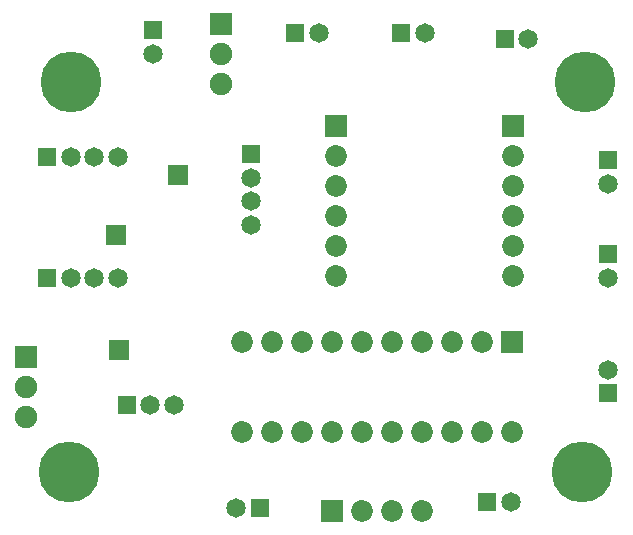
<source format=gbs>
G04*
G04 #@! TF.GenerationSoftware,Altium Limited,Altium Designer,24.3.1 (35)*
G04*
G04 Layer_Color=16711935*
%FSLAX25Y25*%
%MOIN*%
G70*
G04*
G04 #@! TF.SameCoordinates,C640A665-BD72-4C55-9E38-BDB06A3A2499*
G04*
G04*
G04 #@! TF.FilePolarity,Negative*
G04*
G01*
G75*
%ADD28C,0.20276*%
%ADD29C,0.06496*%
%ADD30R,0.06496X0.06496*%
%ADD31R,0.06496X0.06496*%
%ADD32R,0.07284X0.07284*%
%ADD33C,0.07284*%
%ADD34R,0.07480X0.07480*%
%ADD35C,0.07480*%
%ADD36R,0.07284X0.07284*%
%ADD49R,0.06591X0.06591*%
D28*
X171260Y0D02*
D03*
X0D02*
D03*
X984Y129918D02*
D03*
X172244Y129918D02*
D03*
D29*
X28248Y139465D02*
D03*
X60728Y82378D02*
D03*
Y90252D02*
D03*
Y98126D02*
D03*
X16437Y64662D02*
D03*
X8563D02*
D03*
X689D02*
D03*
X16437Y105016D02*
D03*
X8563D02*
D03*
X689D02*
D03*
X55807Y-12110D02*
D03*
X35138Y22339D02*
D03*
X27264D02*
D03*
X179823Y96158D02*
D03*
Y64662D02*
D03*
Y34150D02*
D03*
X147343Y-10142D02*
D03*
X83366Y146355D02*
D03*
X153248Y144386D02*
D03*
X118799Y146355D02*
D03*
D30*
X28248Y147339D02*
D03*
X60728Y106000D02*
D03*
X179823Y104032D02*
D03*
Y72536D02*
D03*
Y26276D02*
D03*
D31*
X-7185Y64662D02*
D03*
Y105016D02*
D03*
X63681Y-12110D02*
D03*
X19390Y22339D02*
D03*
X139469Y-10142D02*
D03*
X75492Y146355D02*
D03*
X145374Y144386D02*
D03*
X110925Y146355D02*
D03*
D32*
X87815Y-13094D02*
D03*
D33*
X97815D02*
D03*
X107815D02*
D03*
X117815D02*
D03*
X89272Y105410D02*
D03*
Y95410D02*
D03*
Y85410D02*
D03*
Y75410D02*
D03*
Y65410D02*
D03*
X148327Y105410D02*
D03*
Y95410D02*
D03*
Y85410D02*
D03*
Y75410D02*
D03*
Y65410D02*
D03*
X137972Y43481D02*
D03*
X127972D02*
D03*
X117973D02*
D03*
X107973D02*
D03*
X97973D02*
D03*
X87972D02*
D03*
X77973D02*
D03*
X67972D02*
D03*
X57973D02*
D03*
Y13480D02*
D03*
X67972D02*
D03*
X77973D02*
D03*
X87972D02*
D03*
X97973D02*
D03*
X107973D02*
D03*
X117973D02*
D03*
X127972D02*
D03*
X137972D02*
D03*
X147973D02*
D03*
D34*
X50886Y149465D02*
D03*
X-14075Y38244D02*
D03*
D35*
X50886Y139465D02*
D03*
Y129465D02*
D03*
X-14075Y28244D02*
D03*
Y18244D02*
D03*
D36*
X89272Y115410D02*
D03*
X148327D02*
D03*
X147973Y43481D02*
D03*
D49*
X36378Y98855D02*
D03*
X16693Y40784D02*
D03*
X15709Y79169D02*
D03*
M02*

</source>
